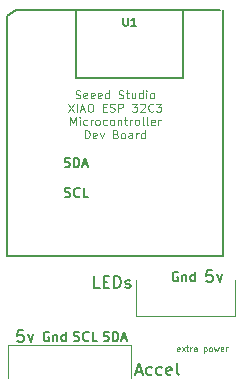
<source format=gbr>
%TF.GenerationSoftware,KiCad,Pcbnew,(6.0.5)*%
%TF.CreationDate,2025-09-07T14:18:53-04:00*%
%TF.ProjectId,inf_mirror_board_rev1,696e665f-6d69-4727-926f-725f626f6172,rev?*%
%TF.SameCoordinates,Original*%
%TF.FileFunction,Legend,Top*%
%TF.FilePolarity,Positive*%
%FSLAX46Y46*%
G04 Gerber Fmt 4.6, Leading zero omitted, Abs format (unit mm)*
G04 Created by KiCad (PCBNEW (6.0.5)) date 2025-09-07 14:18:53*
%MOMM*%
%LPD*%
G01*
G04 APERTURE LIST*
%ADD10C,0.130000*%
%ADD11C,0.100000*%
%ADD12C,0.150000*%
%ADD13C,0.127000*%
G04 APERTURE END LIST*
D10*
X133413619Y-90747809D02*
X133527904Y-90785904D01*
X133718380Y-90785904D01*
X133794571Y-90747809D01*
X133832666Y-90709714D01*
X133870761Y-90633523D01*
X133870761Y-90557333D01*
X133832666Y-90481142D01*
X133794571Y-90443047D01*
X133718380Y-90404952D01*
X133566000Y-90366857D01*
X133489809Y-90328761D01*
X133451714Y-90290666D01*
X133413619Y-90214476D01*
X133413619Y-90138285D01*
X133451714Y-90062095D01*
X133489809Y-90024000D01*
X133566000Y-89985904D01*
X133756476Y-89985904D01*
X133870761Y-90024000D01*
X134670761Y-90709714D02*
X134632666Y-90747809D01*
X134518380Y-90785904D01*
X134442190Y-90785904D01*
X134327904Y-90747809D01*
X134251714Y-90671619D01*
X134213619Y-90595428D01*
X134175523Y-90443047D01*
X134175523Y-90328761D01*
X134213619Y-90176380D01*
X134251714Y-90100190D01*
X134327904Y-90024000D01*
X134442190Y-89985904D01*
X134518380Y-89985904D01*
X134632666Y-90024000D01*
X134670761Y-90062095D01*
X135394571Y-90785904D02*
X135013619Y-90785904D01*
X135013619Y-89985904D01*
X133394571Y-88207809D02*
X133508857Y-88245904D01*
X133699333Y-88245904D01*
X133775523Y-88207809D01*
X133813619Y-88169714D01*
X133851714Y-88093523D01*
X133851714Y-88017333D01*
X133813619Y-87941142D01*
X133775523Y-87903047D01*
X133699333Y-87864952D01*
X133546952Y-87826857D01*
X133470761Y-87788761D01*
X133432666Y-87750666D01*
X133394571Y-87674476D01*
X133394571Y-87598285D01*
X133432666Y-87522095D01*
X133470761Y-87484000D01*
X133546952Y-87445904D01*
X133737428Y-87445904D01*
X133851714Y-87484000D01*
X134194571Y-88245904D02*
X134194571Y-87445904D01*
X134385047Y-87445904D01*
X134499333Y-87484000D01*
X134575523Y-87560190D01*
X134613619Y-87636380D01*
X134651714Y-87788761D01*
X134651714Y-87903047D01*
X134613619Y-88055428D01*
X134575523Y-88131619D01*
X134499333Y-88207809D01*
X134385047Y-88245904D01*
X134194571Y-88245904D01*
X134956476Y-88017333D02*
X135337428Y-88017333D01*
X134880285Y-88245904D02*
X135146952Y-87445904D01*
X135413619Y-88245904D01*
X134175619Y-102939809D02*
X134289904Y-102977904D01*
X134480380Y-102977904D01*
X134556571Y-102939809D01*
X134594666Y-102901714D01*
X134632761Y-102825523D01*
X134632761Y-102749333D01*
X134594666Y-102673142D01*
X134556571Y-102635047D01*
X134480380Y-102596952D01*
X134328000Y-102558857D01*
X134251809Y-102520761D01*
X134213714Y-102482666D01*
X134175619Y-102406476D01*
X134175619Y-102330285D01*
X134213714Y-102254095D01*
X134251809Y-102216000D01*
X134328000Y-102177904D01*
X134518476Y-102177904D01*
X134632761Y-102216000D01*
X135432761Y-102901714D02*
X135394666Y-102939809D01*
X135280380Y-102977904D01*
X135204190Y-102977904D01*
X135089904Y-102939809D01*
X135013714Y-102863619D01*
X134975619Y-102787428D01*
X134937523Y-102635047D01*
X134937523Y-102520761D01*
X134975619Y-102368380D01*
X135013714Y-102292190D01*
X135089904Y-102216000D01*
X135204190Y-102177904D01*
X135280380Y-102177904D01*
X135394666Y-102216000D01*
X135432761Y-102254095D01*
X136156571Y-102977904D02*
X135775619Y-102977904D01*
X135775619Y-102177904D01*
D11*
X134334666Y-82412833D02*
X134434666Y-82446166D01*
X134601333Y-82446166D01*
X134668000Y-82412833D01*
X134701333Y-82379500D01*
X134734666Y-82312833D01*
X134734666Y-82246166D01*
X134701333Y-82179500D01*
X134668000Y-82146166D01*
X134601333Y-82112833D01*
X134468000Y-82079500D01*
X134401333Y-82046166D01*
X134368000Y-82012833D01*
X134334666Y-81946166D01*
X134334666Y-81879500D01*
X134368000Y-81812833D01*
X134401333Y-81779500D01*
X134468000Y-81746166D01*
X134634666Y-81746166D01*
X134734666Y-81779500D01*
X135301333Y-82412833D02*
X135234666Y-82446166D01*
X135101333Y-82446166D01*
X135034666Y-82412833D01*
X135001333Y-82346166D01*
X135001333Y-82079500D01*
X135034666Y-82012833D01*
X135101333Y-81979500D01*
X135234666Y-81979500D01*
X135301333Y-82012833D01*
X135334666Y-82079500D01*
X135334666Y-82146166D01*
X135001333Y-82212833D01*
X135901333Y-82412833D02*
X135834666Y-82446166D01*
X135701333Y-82446166D01*
X135634666Y-82412833D01*
X135601333Y-82346166D01*
X135601333Y-82079500D01*
X135634666Y-82012833D01*
X135701333Y-81979500D01*
X135834666Y-81979500D01*
X135901333Y-82012833D01*
X135934666Y-82079500D01*
X135934666Y-82146166D01*
X135601333Y-82212833D01*
X136501333Y-82412833D02*
X136434666Y-82446166D01*
X136301333Y-82446166D01*
X136234666Y-82412833D01*
X136201333Y-82346166D01*
X136201333Y-82079500D01*
X136234666Y-82012833D01*
X136301333Y-81979500D01*
X136434666Y-81979500D01*
X136501333Y-82012833D01*
X136534666Y-82079500D01*
X136534666Y-82146166D01*
X136201333Y-82212833D01*
X137134666Y-82446166D02*
X137134666Y-81746166D01*
X137134666Y-82412833D02*
X137068000Y-82446166D01*
X136934666Y-82446166D01*
X136868000Y-82412833D01*
X136834666Y-82379500D01*
X136801333Y-82312833D01*
X136801333Y-82112833D01*
X136834666Y-82046166D01*
X136868000Y-82012833D01*
X136934666Y-81979500D01*
X137068000Y-81979500D01*
X137134666Y-82012833D01*
X137968000Y-82412833D02*
X138068000Y-82446166D01*
X138234666Y-82446166D01*
X138301333Y-82412833D01*
X138334666Y-82379500D01*
X138368000Y-82312833D01*
X138368000Y-82246166D01*
X138334666Y-82179500D01*
X138301333Y-82146166D01*
X138234666Y-82112833D01*
X138101333Y-82079500D01*
X138034666Y-82046166D01*
X138001333Y-82012833D01*
X137968000Y-81946166D01*
X137968000Y-81879500D01*
X138001333Y-81812833D01*
X138034666Y-81779500D01*
X138101333Y-81746166D01*
X138268000Y-81746166D01*
X138368000Y-81779500D01*
X138568000Y-81979500D02*
X138834666Y-81979500D01*
X138668000Y-81746166D02*
X138668000Y-82346166D01*
X138701333Y-82412833D01*
X138768000Y-82446166D01*
X138834666Y-82446166D01*
X139368000Y-81979500D02*
X139368000Y-82446166D01*
X139068000Y-81979500D02*
X139068000Y-82346166D01*
X139101333Y-82412833D01*
X139168000Y-82446166D01*
X139268000Y-82446166D01*
X139334666Y-82412833D01*
X139368000Y-82379500D01*
X140001333Y-82446166D02*
X140001333Y-81746166D01*
X140001333Y-82412833D02*
X139934666Y-82446166D01*
X139801333Y-82446166D01*
X139734666Y-82412833D01*
X139701333Y-82379500D01*
X139668000Y-82312833D01*
X139668000Y-82112833D01*
X139701333Y-82046166D01*
X139734666Y-82012833D01*
X139801333Y-81979500D01*
X139934666Y-81979500D01*
X140001333Y-82012833D01*
X140334666Y-82446166D02*
X140334666Y-81979500D01*
X140334666Y-81746166D02*
X140301333Y-81779500D01*
X140334666Y-81812833D01*
X140368000Y-81779500D01*
X140334666Y-81746166D01*
X140334666Y-81812833D01*
X140768000Y-82446166D02*
X140701333Y-82412833D01*
X140668000Y-82379500D01*
X140634666Y-82312833D01*
X140634666Y-82112833D01*
X140668000Y-82046166D01*
X140701333Y-82012833D01*
X140768000Y-81979500D01*
X140868000Y-81979500D01*
X140934666Y-82012833D01*
X140968000Y-82046166D01*
X141001333Y-82112833D01*
X141001333Y-82312833D01*
X140968000Y-82379500D01*
X140934666Y-82412833D01*
X140868000Y-82446166D01*
X140768000Y-82446166D01*
X133718000Y-82873166D02*
X134184666Y-83573166D01*
X134184666Y-82873166D02*
X133718000Y-83573166D01*
X134451333Y-83573166D02*
X134451333Y-82873166D01*
X134751333Y-83373166D02*
X135084666Y-83373166D01*
X134684666Y-83573166D02*
X134918000Y-82873166D01*
X135151333Y-83573166D01*
X135518000Y-82873166D02*
X135651333Y-82873166D01*
X135718000Y-82906500D01*
X135784666Y-82973166D01*
X135818000Y-83106500D01*
X135818000Y-83339833D01*
X135784666Y-83473166D01*
X135718000Y-83539833D01*
X135651333Y-83573166D01*
X135518000Y-83573166D01*
X135451333Y-83539833D01*
X135384666Y-83473166D01*
X135351333Y-83339833D01*
X135351333Y-83106500D01*
X135384666Y-82973166D01*
X135451333Y-82906500D01*
X135518000Y-82873166D01*
X136651333Y-83206500D02*
X136884666Y-83206500D01*
X136984666Y-83573166D02*
X136651333Y-83573166D01*
X136651333Y-82873166D01*
X136984666Y-82873166D01*
X137251333Y-83539833D02*
X137351333Y-83573166D01*
X137518000Y-83573166D01*
X137584666Y-83539833D01*
X137618000Y-83506500D01*
X137651333Y-83439833D01*
X137651333Y-83373166D01*
X137618000Y-83306500D01*
X137584666Y-83273166D01*
X137518000Y-83239833D01*
X137384666Y-83206500D01*
X137318000Y-83173166D01*
X137284666Y-83139833D01*
X137251333Y-83073166D01*
X137251333Y-83006500D01*
X137284666Y-82939833D01*
X137318000Y-82906500D01*
X137384666Y-82873166D01*
X137551333Y-82873166D01*
X137651333Y-82906500D01*
X137951333Y-83573166D02*
X137951333Y-82873166D01*
X138218000Y-82873166D01*
X138284666Y-82906500D01*
X138318000Y-82939833D01*
X138351333Y-83006500D01*
X138351333Y-83106500D01*
X138318000Y-83173166D01*
X138284666Y-83206500D01*
X138218000Y-83239833D01*
X137951333Y-83239833D01*
X139118000Y-82873166D02*
X139551333Y-82873166D01*
X139318000Y-83139833D01*
X139418000Y-83139833D01*
X139484666Y-83173166D01*
X139518000Y-83206500D01*
X139551333Y-83273166D01*
X139551333Y-83439833D01*
X139518000Y-83506500D01*
X139484666Y-83539833D01*
X139418000Y-83573166D01*
X139218000Y-83573166D01*
X139151333Y-83539833D01*
X139118000Y-83506500D01*
X139818000Y-82939833D02*
X139851333Y-82906500D01*
X139918000Y-82873166D01*
X140084666Y-82873166D01*
X140151333Y-82906500D01*
X140184666Y-82939833D01*
X140218000Y-83006500D01*
X140218000Y-83073166D01*
X140184666Y-83173166D01*
X139784666Y-83573166D01*
X140218000Y-83573166D01*
X140918000Y-83506500D02*
X140884666Y-83539833D01*
X140784666Y-83573166D01*
X140718000Y-83573166D01*
X140618000Y-83539833D01*
X140551333Y-83473166D01*
X140518000Y-83406500D01*
X140484666Y-83273166D01*
X140484666Y-83173166D01*
X140518000Y-83039833D01*
X140551333Y-82973166D01*
X140618000Y-82906500D01*
X140718000Y-82873166D01*
X140784666Y-82873166D01*
X140884666Y-82906500D01*
X140918000Y-82939833D01*
X141151333Y-82873166D02*
X141584666Y-82873166D01*
X141351333Y-83139833D01*
X141451333Y-83139833D01*
X141518000Y-83173166D01*
X141551333Y-83206500D01*
X141584666Y-83273166D01*
X141584666Y-83439833D01*
X141551333Y-83506500D01*
X141518000Y-83539833D01*
X141451333Y-83573166D01*
X141251333Y-83573166D01*
X141184666Y-83539833D01*
X141151333Y-83506500D01*
X133884666Y-84700166D02*
X133884666Y-84000166D01*
X134118000Y-84500166D01*
X134351333Y-84000166D01*
X134351333Y-84700166D01*
X134684666Y-84700166D02*
X134684666Y-84233500D01*
X134684666Y-84000166D02*
X134651333Y-84033500D01*
X134684666Y-84066833D01*
X134718000Y-84033500D01*
X134684666Y-84000166D01*
X134684666Y-84066833D01*
X135318000Y-84666833D02*
X135251333Y-84700166D01*
X135118000Y-84700166D01*
X135051333Y-84666833D01*
X135018000Y-84633500D01*
X134984666Y-84566833D01*
X134984666Y-84366833D01*
X135018000Y-84300166D01*
X135051333Y-84266833D01*
X135118000Y-84233500D01*
X135251333Y-84233500D01*
X135318000Y-84266833D01*
X135618000Y-84700166D02*
X135618000Y-84233500D01*
X135618000Y-84366833D02*
X135651333Y-84300166D01*
X135684666Y-84266833D01*
X135751333Y-84233500D01*
X135818000Y-84233500D01*
X136151333Y-84700166D02*
X136084666Y-84666833D01*
X136051333Y-84633500D01*
X136018000Y-84566833D01*
X136018000Y-84366833D01*
X136051333Y-84300166D01*
X136084666Y-84266833D01*
X136151333Y-84233500D01*
X136251333Y-84233500D01*
X136318000Y-84266833D01*
X136351333Y-84300166D01*
X136384666Y-84366833D01*
X136384666Y-84566833D01*
X136351333Y-84633500D01*
X136318000Y-84666833D01*
X136251333Y-84700166D01*
X136151333Y-84700166D01*
X136984666Y-84666833D02*
X136918000Y-84700166D01*
X136784666Y-84700166D01*
X136718000Y-84666833D01*
X136684666Y-84633500D01*
X136651333Y-84566833D01*
X136651333Y-84366833D01*
X136684666Y-84300166D01*
X136718000Y-84266833D01*
X136784666Y-84233500D01*
X136918000Y-84233500D01*
X136984666Y-84266833D01*
X137384666Y-84700166D02*
X137318000Y-84666833D01*
X137284666Y-84633500D01*
X137251333Y-84566833D01*
X137251333Y-84366833D01*
X137284666Y-84300166D01*
X137318000Y-84266833D01*
X137384666Y-84233500D01*
X137484666Y-84233500D01*
X137551333Y-84266833D01*
X137584666Y-84300166D01*
X137618000Y-84366833D01*
X137618000Y-84566833D01*
X137584666Y-84633500D01*
X137551333Y-84666833D01*
X137484666Y-84700166D01*
X137384666Y-84700166D01*
X137918000Y-84233500D02*
X137918000Y-84700166D01*
X137918000Y-84300166D02*
X137951333Y-84266833D01*
X138018000Y-84233500D01*
X138118000Y-84233500D01*
X138184666Y-84266833D01*
X138218000Y-84333500D01*
X138218000Y-84700166D01*
X138451333Y-84233500D02*
X138718000Y-84233500D01*
X138551333Y-84000166D02*
X138551333Y-84600166D01*
X138584666Y-84666833D01*
X138651333Y-84700166D01*
X138718000Y-84700166D01*
X138951333Y-84700166D02*
X138951333Y-84233500D01*
X138951333Y-84366833D02*
X138984666Y-84300166D01*
X139018000Y-84266833D01*
X139084666Y-84233500D01*
X139151333Y-84233500D01*
X139484666Y-84700166D02*
X139418000Y-84666833D01*
X139384666Y-84633500D01*
X139351333Y-84566833D01*
X139351333Y-84366833D01*
X139384666Y-84300166D01*
X139418000Y-84266833D01*
X139484666Y-84233500D01*
X139584666Y-84233500D01*
X139651333Y-84266833D01*
X139684666Y-84300166D01*
X139718000Y-84366833D01*
X139718000Y-84566833D01*
X139684666Y-84633500D01*
X139651333Y-84666833D01*
X139584666Y-84700166D01*
X139484666Y-84700166D01*
X140118000Y-84700166D02*
X140051333Y-84666833D01*
X140018000Y-84600166D01*
X140018000Y-84000166D01*
X140484666Y-84700166D02*
X140418000Y-84666833D01*
X140384666Y-84600166D01*
X140384666Y-84000166D01*
X141018000Y-84666833D02*
X140951333Y-84700166D01*
X140818000Y-84700166D01*
X140751333Y-84666833D01*
X140718000Y-84600166D01*
X140718000Y-84333500D01*
X140751333Y-84266833D01*
X140818000Y-84233500D01*
X140951333Y-84233500D01*
X141018000Y-84266833D01*
X141051333Y-84333500D01*
X141051333Y-84400166D01*
X140718000Y-84466833D01*
X141351333Y-84700166D02*
X141351333Y-84233500D01*
X141351333Y-84366833D02*
X141384666Y-84300166D01*
X141418000Y-84266833D01*
X141484666Y-84233500D01*
X141551333Y-84233500D01*
X135134666Y-85827166D02*
X135134666Y-85127166D01*
X135301333Y-85127166D01*
X135401333Y-85160500D01*
X135468000Y-85227166D01*
X135501333Y-85293833D01*
X135534666Y-85427166D01*
X135534666Y-85527166D01*
X135501333Y-85660500D01*
X135468000Y-85727166D01*
X135401333Y-85793833D01*
X135301333Y-85827166D01*
X135134666Y-85827166D01*
X136101333Y-85793833D02*
X136034666Y-85827166D01*
X135901333Y-85827166D01*
X135834666Y-85793833D01*
X135801333Y-85727166D01*
X135801333Y-85460500D01*
X135834666Y-85393833D01*
X135901333Y-85360500D01*
X136034666Y-85360500D01*
X136101333Y-85393833D01*
X136134666Y-85460500D01*
X136134666Y-85527166D01*
X135801333Y-85593833D01*
X136368000Y-85360500D02*
X136534666Y-85827166D01*
X136701333Y-85360500D01*
X137734666Y-85460500D02*
X137834666Y-85493833D01*
X137868000Y-85527166D01*
X137901333Y-85593833D01*
X137901333Y-85693833D01*
X137868000Y-85760500D01*
X137834666Y-85793833D01*
X137768000Y-85827166D01*
X137501333Y-85827166D01*
X137501333Y-85127166D01*
X137734666Y-85127166D01*
X137801333Y-85160500D01*
X137834666Y-85193833D01*
X137868000Y-85260500D01*
X137868000Y-85327166D01*
X137834666Y-85393833D01*
X137801333Y-85427166D01*
X137734666Y-85460500D01*
X137501333Y-85460500D01*
X138301333Y-85827166D02*
X138234666Y-85793833D01*
X138201333Y-85760500D01*
X138168000Y-85693833D01*
X138168000Y-85493833D01*
X138201333Y-85427166D01*
X138234666Y-85393833D01*
X138301333Y-85360500D01*
X138401333Y-85360500D01*
X138468000Y-85393833D01*
X138501333Y-85427166D01*
X138534666Y-85493833D01*
X138534666Y-85693833D01*
X138501333Y-85760500D01*
X138468000Y-85793833D01*
X138401333Y-85827166D01*
X138301333Y-85827166D01*
X139134666Y-85827166D02*
X139134666Y-85460500D01*
X139101333Y-85393833D01*
X139034666Y-85360500D01*
X138901333Y-85360500D01*
X138834666Y-85393833D01*
X139134666Y-85793833D02*
X139068000Y-85827166D01*
X138901333Y-85827166D01*
X138834666Y-85793833D01*
X138801333Y-85727166D01*
X138801333Y-85660500D01*
X138834666Y-85593833D01*
X138901333Y-85560500D01*
X139068000Y-85560500D01*
X139134666Y-85527166D01*
X139468000Y-85827166D02*
X139468000Y-85360500D01*
X139468000Y-85493833D02*
X139501333Y-85427166D01*
X139534666Y-85393833D01*
X139601333Y-85360500D01*
X139668000Y-85360500D01*
X140201333Y-85827166D02*
X140201333Y-85127166D01*
X140201333Y-85793833D02*
X140134666Y-85827166D01*
X140001333Y-85827166D01*
X139934666Y-85793833D01*
X139901333Y-85760500D01*
X139868000Y-85693833D01*
X139868000Y-85493833D01*
X139901333Y-85427166D01*
X139934666Y-85393833D01*
X140001333Y-85360500D01*
X140134666Y-85360500D01*
X140201333Y-85393833D01*
D12*
X145907142Y-96988380D02*
X145430952Y-96988380D01*
X145383333Y-97464571D01*
X145430952Y-97416952D01*
X145526190Y-97369333D01*
X145764285Y-97369333D01*
X145859523Y-97416952D01*
X145907142Y-97464571D01*
X145954761Y-97559809D01*
X145954761Y-97797904D01*
X145907142Y-97893142D01*
X145859523Y-97940761D01*
X145764285Y-97988380D01*
X145526190Y-97988380D01*
X145430952Y-97940761D01*
X145383333Y-97893142D01*
X146288095Y-97321714D02*
X146526190Y-97988380D01*
X146764285Y-97321714D01*
D10*
X136696571Y-102939809D02*
X136810857Y-102977904D01*
X137001333Y-102977904D01*
X137077523Y-102939809D01*
X137115619Y-102901714D01*
X137153714Y-102825523D01*
X137153714Y-102749333D01*
X137115619Y-102673142D01*
X137077523Y-102635047D01*
X137001333Y-102596952D01*
X136848952Y-102558857D01*
X136772761Y-102520761D01*
X136734666Y-102482666D01*
X136696571Y-102406476D01*
X136696571Y-102330285D01*
X136734666Y-102254095D01*
X136772761Y-102216000D01*
X136848952Y-102177904D01*
X137039428Y-102177904D01*
X137153714Y-102216000D01*
X137496571Y-102977904D02*
X137496571Y-102177904D01*
X137687047Y-102177904D01*
X137801333Y-102216000D01*
X137877523Y-102292190D01*
X137915619Y-102368380D01*
X137953714Y-102520761D01*
X137953714Y-102635047D01*
X137915619Y-102787428D01*
X137877523Y-102863619D01*
X137801333Y-102939809D01*
X137687047Y-102977904D01*
X137496571Y-102977904D01*
X138258476Y-102749333D02*
X138639428Y-102749333D01*
X138182285Y-102977904D02*
X138448952Y-102177904D01*
X138715619Y-102977904D01*
X132073714Y-102216000D02*
X131997523Y-102177904D01*
X131883238Y-102177904D01*
X131768952Y-102216000D01*
X131692761Y-102292190D01*
X131654666Y-102368380D01*
X131616571Y-102520761D01*
X131616571Y-102635047D01*
X131654666Y-102787428D01*
X131692761Y-102863619D01*
X131768952Y-102939809D01*
X131883238Y-102977904D01*
X131959428Y-102977904D01*
X132073714Y-102939809D01*
X132111809Y-102901714D01*
X132111809Y-102635047D01*
X131959428Y-102635047D01*
X132454666Y-102444571D02*
X132454666Y-102977904D01*
X132454666Y-102520761D02*
X132492761Y-102482666D01*
X132568952Y-102444571D01*
X132683238Y-102444571D01*
X132759428Y-102482666D01*
X132797523Y-102558857D01*
X132797523Y-102977904D01*
X133521333Y-102977904D02*
X133521333Y-102177904D01*
X133521333Y-102939809D02*
X133445142Y-102977904D01*
X133292761Y-102977904D01*
X133216571Y-102939809D01*
X133178476Y-102901714D01*
X133140380Y-102825523D01*
X133140380Y-102596952D01*
X133178476Y-102520761D01*
X133216571Y-102482666D01*
X133292761Y-102444571D01*
X133445142Y-102444571D01*
X133521333Y-102482666D01*
D11*
X143129238Y-103834380D02*
X143081619Y-103858190D01*
X142986380Y-103858190D01*
X142938761Y-103834380D01*
X142914952Y-103786761D01*
X142914952Y-103596285D01*
X142938761Y-103548666D01*
X142986380Y-103524857D01*
X143081619Y-103524857D01*
X143129238Y-103548666D01*
X143153047Y-103596285D01*
X143153047Y-103643904D01*
X142914952Y-103691523D01*
X143319714Y-103858190D02*
X143581619Y-103524857D01*
X143319714Y-103524857D02*
X143581619Y-103858190D01*
X143700666Y-103524857D02*
X143891142Y-103524857D01*
X143772095Y-103358190D02*
X143772095Y-103786761D01*
X143795904Y-103834380D01*
X143843523Y-103858190D01*
X143891142Y-103858190D01*
X144057809Y-103858190D02*
X144057809Y-103524857D01*
X144057809Y-103620095D02*
X144081619Y-103572476D01*
X144105428Y-103548666D01*
X144153047Y-103524857D01*
X144200666Y-103524857D01*
X144581619Y-103858190D02*
X144581619Y-103596285D01*
X144557809Y-103548666D01*
X144510190Y-103524857D01*
X144414952Y-103524857D01*
X144367333Y-103548666D01*
X144581619Y-103834380D02*
X144534000Y-103858190D01*
X144414952Y-103858190D01*
X144367333Y-103834380D01*
X144343523Y-103786761D01*
X144343523Y-103739142D01*
X144367333Y-103691523D01*
X144414952Y-103667714D01*
X144534000Y-103667714D01*
X144581619Y-103643904D01*
X145200666Y-103524857D02*
X145200666Y-104024857D01*
X145200666Y-103548666D02*
X145248285Y-103524857D01*
X145343523Y-103524857D01*
X145391142Y-103548666D01*
X145414952Y-103572476D01*
X145438761Y-103620095D01*
X145438761Y-103762952D01*
X145414952Y-103810571D01*
X145391142Y-103834380D01*
X145343523Y-103858190D01*
X145248285Y-103858190D01*
X145200666Y-103834380D01*
X145724476Y-103858190D02*
X145676857Y-103834380D01*
X145653047Y-103810571D01*
X145629238Y-103762952D01*
X145629238Y-103620095D01*
X145653047Y-103572476D01*
X145676857Y-103548666D01*
X145724476Y-103524857D01*
X145795904Y-103524857D01*
X145843523Y-103548666D01*
X145867333Y-103572476D01*
X145891142Y-103620095D01*
X145891142Y-103762952D01*
X145867333Y-103810571D01*
X145843523Y-103834380D01*
X145795904Y-103858190D01*
X145724476Y-103858190D01*
X146057809Y-103524857D02*
X146153047Y-103858190D01*
X146248285Y-103620095D01*
X146343523Y-103858190D01*
X146438761Y-103524857D01*
X146819714Y-103834380D02*
X146772095Y-103858190D01*
X146676857Y-103858190D01*
X146629238Y-103834380D01*
X146605428Y-103786761D01*
X146605428Y-103596285D01*
X146629238Y-103548666D01*
X146676857Y-103524857D01*
X146772095Y-103524857D01*
X146819714Y-103548666D01*
X146843523Y-103596285D01*
X146843523Y-103643904D01*
X146605428Y-103691523D01*
X147057809Y-103858190D02*
X147057809Y-103524857D01*
X147057809Y-103620095D02*
X147081619Y-103572476D01*
X147105428Y-103548666D01*
X147153047Y-103524857D01*
X147200666Y-103524857D01*
D12*
X129905142Y-102068380D02*
X129428952Y-102068380D01*
X129381333Y-102544571D01*
X129428952Y-102496952D01*
X129524190Y-102449333D01*
X129762285Y-102449333D01*
X129857523Y-102496952D01*
X129905142Y-102544571D01*
X129952761Y-102639809D01*
X129952761Y-102877904D01*
X129905142Y-102973142D01*
X129857523Y-103020761D01*
X129762285Y-103068380D01*
X129524190Y-103068380D01*
X129428952Y-103020761D01*
X129381333Y-102973142D01*
X130286095Y-102401714D02*
X130524190Y-103068380D01*
X130762285Y-102401714D01*
D10*
X142995714Y-97136000D02*
X142919523Y-97097904D01*
X142805238Y-97097904D01*
X142690952Y-97136000D01*
X142614761Y-97212190D01*
X142576666Y-97288380D01*
X142538571Y-97440761D01*
X142538571Y-97555047D01*
X142576666Y-97707428D01*
X142614761Y-97783619D01*
X142690952Y-97859809D01*
X142805238Y-97897904D01*
X142881428Y-97897904D01*
X142995714Y-97859809D01*
X143033809Y-97821714D01*
X143033809Y-97555047D01*
X142881428Y-97555047D01*
X143376666Y-97364571D02*
X143376666Y-97897904D01*
X143376666Y-97440761D02*
X143414761Y-97402666D01*
X143490952Y-97364571D01*
X143605238Y-97364571D01*
X143681428Y-97402666D01*
X143719523Y-97478857D01*
X143719523Y-97897904D01*
X144443333Y-97897904D02*
X144443333Y-97097904D01*
X144443333Y-97859809D02*
X144367142Y-97897904D01*
X144214761Y-97897904D01*
X144138571Y-97859809D01*
X144100476Y-97821714D01*
X144062380Y-97745523D01*
X144062380Y-97516952D01*
X144100476Y-97440761D01*
X144138571Y-97402666D01*
X144214761Y-97364571D01*
X144367142Y-97364571D01*
X144443333Y-97402666D01*
D12*
%TO.C,*%
%TO.C,LEDs*%
X136366380Y-98496380D02*
X135890190Y-98496380D01*
X135890190Y-97496380D01*
X136699714Y-97972571D02*
X137033047Y-97972571D01*
X137175904Y-98496380D02*
X136699714Y-98496380D01*
X136699714Y-97496380D01*
X137175904Y-97496380D01*
X137604476Y-98496380D02*
X137604476Y-97496380D01*
X137842571Y-97496380D01*
X137985428Y-97544000D01*
X138080666Y-97639238D01*
X138128285Y-97734476D01*
X138175904Y-97924952D01*
X138175904Y-98067809D01*
X138128285Y-98258285D01*
X138080666Y-98353523D01*
X137985428Y-98448761D01*
X137842571Y-98496380D01*
X137604476Y-98496380D01*
X138556857Y-98448761D02*
X138652095Y-98496380D01*
X138842571Y-98496380D01*
X138937809Y-98448761D01*
X138985428Y-98353523D01*
X138985428Y-98305904D01*
X138937809Y-98210666D01*
X138842571Y-98163047D01*
X138699714Y-98163047D01*
X138604476Y-98115428D01*
X138556857Y-98020190D01*
X138556857Y-97972571D01*
X138604476Y-97877333D01*
X138699714Y-97829714D01*
X138842571Y-97829714D01*
X138937809Y-97877333D01*
%TO.C,*%
%TO.C,U1*%
X138364666Y-75598166D02*
X138364666Y-76164833D01*
X138398000Y-76231500D01*
X138431333Y-76264833D01*
X138498000Y-76298166D01*
X138631333Y-76298166D01*
X138698000Y-76264833D01*
X138731333Y-76231500D01*
X138764666Y-76164833D01*
X138764666Y-75598166D01*
X139464666Y-76298166D02*
X139064666Y-76298166D01*
X139264666Y-76298166D02*
X139264666Y-75598166D01*
X139198000Y-75698166D01*
X139131333Y-75764833D01*
X139064666Y-75798166D01*
%TO.C,Accel*%
X139438285Y-105576666D02*
X139914476Y-105576666D01*
X139343047Y-105862380D02*
X139676380Y-104862380D01*
X140009714Y-105862380D01*
X140771619Y-105814761D02*
X140676380Y-105862380D01*
X140485904Y-105862380D01*
X140390666Y-105814761D01*
X140343047Y-105767142D01*
X140295428Y-105671904D01*
X140295428Y-105386190D01*
X140343047Y-105290952D01*
X140390666Y-105243333D01*
X140485904Y-105195714D01*
X140676380Y-105195714D01*
X140771619Y-105243333D01*
X141628761Y-105814761D02*
X141533523Y-105862380D01*
X141343047Y-105862380D01*
X141247809Y-105814761D01*
X141200190Y-105767142D01*
X141152571Y-105671904D01*
X141152571Y-105386190D01*
X141200190Y-105290952D01*
X141247809Y-105243333D01*
X141343047Y-105195714D01*
X141533523Y-105195714D01*
X141628761Y-105243333D01*
X142438285Y-105814761D02*
X142343047Y-105862380D01*
X142152571Y-105862380D01*
X142057333Y-105814761D01*
X142009714Y-105719523D01*
X142009714Y-105338571D01*
X142057333Y-105243333D01*
X142152571Y-105195714D01*
X142343047Y-105195714D01*
X142438285Y-105243333D01*
X142485904Y-105338571D01*
X142485904Y-105433809D01*
X142009714Y-105529047D01*
X143057333Y-105862380D02*
X142962095Y-105814761D01*
X142914476Y-105719523D01*
X142914476Y-104862380D01*
D11*
%TO.C,LEDs*%
X139446000Y-100884000D02*
X139446000Y-97836000D01*
X147828000Y-100884000D02*
X139446000Y-100884000D01*
X147828000Y-97836000D02*
X147828000Y-100884000D01*
D13*
%TO.C,U1*%
X134404000Y-80721500D02*
X134404000Y-74965500D01*
X143403000Y-80721500D02*
X134404000Y-80721500D01*
X146518000Y-74965500D02*
X129246000Y-74965500D01*
X128484000Y-75469250D02*
X128484000Y-95797750D01*
X143403000Y-74965500D02*
X143403000Y-80721500D01*
X129246000Y-74965500D02*
X128484000Y-75469250D01*
X146772000Y-95793500D02*
X146772000Y-74965500D01*
X128484000Y-95797750D02*
X146772000Y-95793500D01*
D11*
%TO.C,Accel*%
X128584000Y-103332000D02*
X128584000Y-106126000D01*
X138998000Y-106126000D02*
X138998000Y-103332000D01*
X138998000Y-103332000D02*
X128584000Y-103332000D01*
%TD*%
M02*

</source>
